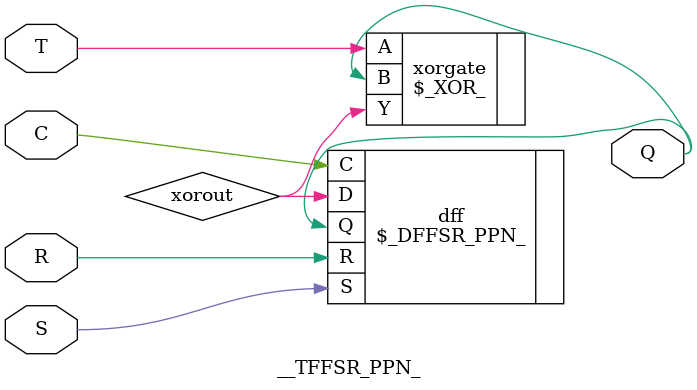
<source format=v>
module __TFFSR_PPN_ (C, S, R, T, Q);
	input C, S, R, T;
	output wire Q;
	wire xorout;
	$_XOR_ xorgate (
		.A(T),
		.B(Q),
		.Y(xorout),
	);
	$_DFFSR_PPN_ dff (
		.C(C),
		.D(xorout),
		.Q(Q),
		.S(S),
		.R(R),
	);
endmodule
</source>
